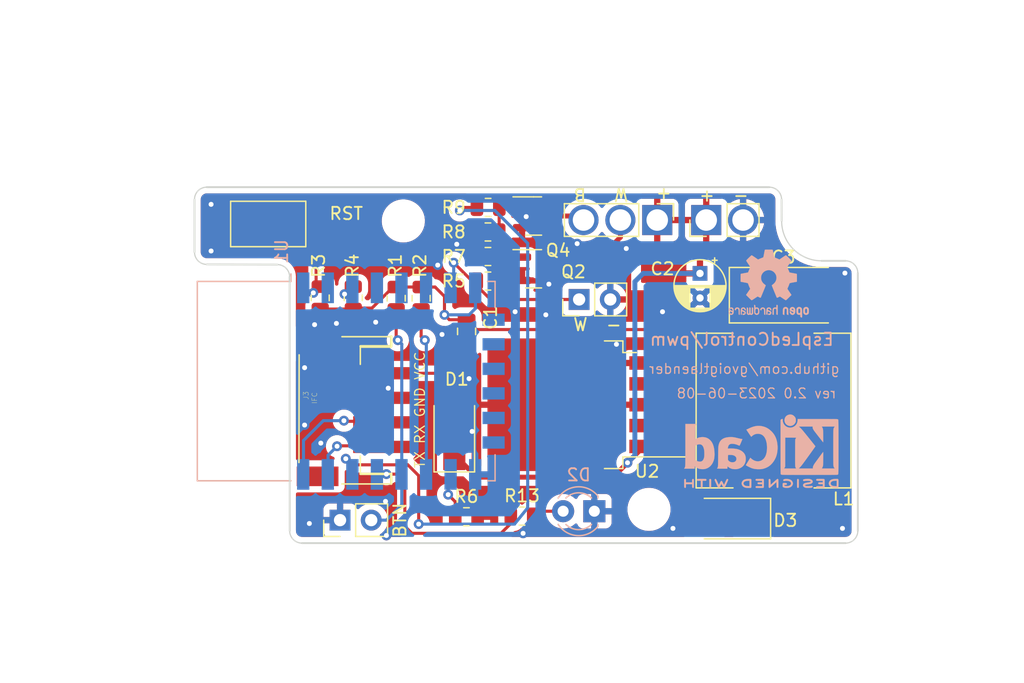
<source format=kicad_pcb>
(kicad_pcb (version 20211014) (generator pcbnew)
  (layers (0 "F.Cu" signal) (31 "B.Cu" signal) (34 "B.Paste" user) (35 "F.Paste" user) (36 "B.SilkS" user "B.Silkscreen") (37 "F.SilkS" user "F.Silkscreen") (38 "B.Mask" user) (39 "F.Mask" user) (44 "Edge.Cuts" user))
  (net 0 "")
  (net 1 "/3V3")
  (net 2 "GND")
  (net 3 "/GPIO2")
  (net 4 "/RST")
  (net 5 "/EN")
  (net 6 "/GPIO15")
  (net 9 "/GND_W")
  (net 16 "/TX")
  (net 17 "/RX")
  (net 18 "/12V")
  (net 21 "/GND_B")
  (net 22 "Net-(D1-Pad2)")
  (net 23 "Net-(Q4-Pad1)")
  (net 24 "/PWM_W")
  (net 25 "/PWM_B")
  (net 26 "/GPIO0")
  (net 27 "Net-(Q2-Pad1)")
  (net 28 "/LED")
  (net 29 "Net-(D3-Pad1)")
  (net 30 "Net-(D2-Pad2)")
  (footprint "MountingHole:MountingHole_2.5mm" (layer "F.Cu") (at 146.65 88.85)
    (fp_text reference "H2" hide)
    (fp_text value "MountingHole")
    (pad "" np_thru_hole circle locked (at 0 0) (size 2.5 2.5) (drill 2.5) (layers *.Cu *.Mask))
  )
  (footprint "pin_header:PinHeader_1x02_P2.54mm_Vertical" (layer "F.Cu") (at 151.308 65.278 90)
    (fp_text reference "J5" hide)
    (fp_text value "12V" hide)
    (pad "1" thru_hole rect (at 0 0 90) (size 2.45 2.45) (drill 1.75) (layers *.Cu *.Mask) (net 18 "/12V"))
    (pad "2" thru_hole oval (at 0 3 90) (size 2.45 2.45) (drill 1.75) (layers *.Cu *.Mask) (net 2 "GND"))
  )
  (footprint "Resistor_SMD:R_0805_2012Metric" (layer "F.Cu") (at 119.882469 71.616683 -90)
    (fp_text reference "R3" (at -2.616683 0.132469 -90) (layer "F.SilkS"))
    (fp_text value "10k")
    (pad "1" smd roundrect (at -0.9125 0 270) (size 1.025 1.4) (layers "F.Cu" "F.Paste" "F.Mask") (roundrect_rratio 0.243902) (net 4 "/RST"))
    (pad "2" smd roundrect (at 0.9125 0 270) (size 1.025 1.4) (layers "F.Cu" "F.Paste" "F.Mask") (roundrect_rratio 0.243902) (net 1 "/3V3"))
  )
  (footprint "Package_TO_SOT_SMD:SOT-23" (layer "F.Cu") (at 137.2525 69.25)
    (fp_text reference "Q2" (at 3.2475 0.25) (layer "F.SilkS"))
    (fp_text value "AO3400A")
    (pad "1" smd roundrect (at -0.9375 -0.95) (size 1.475 0.6) (layers "F.Cu" "F.Paste" "F.Mask") (net 27 "Net-(Q2-Pad1)"))
    (pad "2" smd roundrect (at -0.9375 0.95) (size 1.475 0.6) (layers "F.Cu" "F.Paste" "F.Mask") (net 2 "GND"))
    (pad "3" smd roundrect (at 0.9375 0) (size 1.475 0.6) (layers "F.Cu" "F.Paste" "F.Mask") (net 9 "/GND_W"))
  )
  (footprint "Resistor_SMD:R_0805_2012Metric" (layer "F.Cu") (at 133.5525 64.25 180)
    (fp_text reference "R8" (at 2.8025 -2 180) (layer "F.SilkS"))
    (fp_text value "220R")
    (pad "1" smd roundrect (at -0.9125 0 180) (size 1.025 1.4) (layers "F.Cu" "F.Paste" "F.Mask") (roundrect_rratio 0.243902) (net 23 "Net-(Q4-Pad1)"))
    (pad "2" smd roundrect (at 0.9125 0 180) (size 1.025 1.4) (layers "F.Cu" "F.Paste" "F.Mask") (roundrect_rratio 0.243902) (net 25 "/PWM_B"))
  )
  (footprint "Resistor_SMD:R_0805_2012Metric" (layer "F.Cu") (at 122.574869 71.616683 -90)
    (fp_text reference "R4" (at -2.616683 0.074869 -90) (layer "F.SilkS"))
    (fp_text value "10k")
    (pad "1" smd roundrect (at -0.9125 0 270) (size 1.025 1.4) (layers "F.Cu" "F.Paste" "F.Mask") (roundrect_rratio 0.243902) (net 5 "/EN"))
    (pad "2" smd roundrect (at 0.9125 0 270) (size 1.025 1.4) (layers "F.Cu" "F.Paste" "F.Mask") (roundrect_rratio 0.243902) (net 1 "/3V3"))
  )
  (footprint "Connector_PinHeader_2.54mm:PinHeader_1x02_P2.54mm_Vertical" (layer "F.Cu") (at 140.96 71.75 90)
    (fp_text reference "J2" hide)
    (fp_text value "Conn_01x02" hide)
    (pad "1" thru_hole rect (at 0 0 90) (size 1.7 1.7) (drill 1) (layers *.Cu *.Mask) (net 24 "/PWM_W"))
    (pad "2" thru_hole oval (at 0 2.54 90) (size 1.7 1.7) (drill 1) (layers *.Cu *.Mask) (net 2 "GND"))
  )
  (footprint "MountingHole:MountingHole_2.5mm" (layer "F.Cu") (at 126.65 65.35)
    (fp_text reference "H1" hide)
    (fp_text value "MountingHole")
    (pad "" np_thru_hole circle locked (at 0 0) (size 2.5 2.5) (drill 2.5) (layers *.Cu *.Mask))
  )
  (footprint "Connector_PinHeader_2.54mm:PinHeader_1x02_P2.54mm_Vertical" (layer "F.Cu") (at 121.498269 89.727083 90)
    (fp_text reference "J7" hide)
    (fp_text value "BTN" (at 0 4.87 90) (layer "F.SilkS"))
    (pad "1" thru_hole rect (at 0 0 90) (size 1.7 1.7) (drill 1) (layers *.Cu *.Mask) (net 2 "GND"))
    (pad "2" thru_hole oval (at 0 2.54 90) (size 1.7 1.7) (drill 1) (layers *.Cu *.Mask) (net 26 "/GPIO0"))
  )
  (footprint "Resistor_SMD:R_0805_2012Metric" (layer "F.Cu") (at 133.54025 66.25)
    (fp_text reference "R9" (at -2.79025 -2) (layer "F.SilkS"))
    (fp_text value "10k")
    (pad "1" smd roundrect (at -0.9125 0) (size 1.025 1.4) (layers "F.Cu" "F.Paste" "F.Mask") (roundrect_rratio 0.243902) (net 2 "GND"))
    (pad "2" smd roundrect (at 0.9125 0) (size 1.025 1.4) (layers "F.Cu" "F.Paste" "F.Mask") (roundrect_rratio 0.243902) (net 23 "Net-(Q4-Pad1)"))
  )
  (footprint "Diode_SMD:D_SMA" (layer "F.Cu") (at 153.15 89.6 180)
    (fp_text reference "D3" (at -4.6 -0.15 180) (layer "F.SilkS"))
    (fp_text value "SS34")
    (pad "1" smd rect (at -2 0 180) (size 2.5 1.8) (layers "F.Cu" "F.Paste" "F.Mask") (net 29 "Net-(D3-Pad1)"))
    (pad "2" smd rect (at 2 0 180) (size 2.5 1.8) (layers "F.Cu" "F.Paste" "F.Mask") (net 2 "GND"))
  )
  (footprint "Resistor_SMD:R_0805_2012Metric" (layer "F.Cu") (at 126.068 71.6481 90)
    (fp_text reference "R1" (at 2.6481 -0.068 90) (layer "F.SilkS"))
    (fp_text value "10k")
    (pad "1" smd roundrect (at -0.9125 0 90) (size 1.025 1.4) (layers "F.Cu" "F.Paste" "F.Mask") (roundrect_rratio 0.243902) (net 26 "/GPIO0"))
    (pad "2" smd roundrect (at 0.9125 0 90) (size 1.025 1.4) (layers "F.Cu" "F.Paste" "F.Mask") (roundrect_rratio 0.243902) (net 1 "/3V3"))
  )
  (footprint "Button_Switch_SMD:SW_SPST_CK_RS282G05A3" (layer "F.Cu") (at 115.65 65.6 180)
    (fp_text reference "SW1")
    (fp_text value "RST" (at -6.35 0.85 180) (layer "F.SilkS"))
    (pad "1" smd rect (at -3.9 0 180) (size 1.5 1.5) (layers "F.Cu" "F.Paste" "F.Mask") (net 4 "/RST"))
    (pad "2" smd rect (at 3.9 0 180) (size 1.5 1.5) (layers "F.Cu" "F.Paste" "F.Mask") (net 2 "GND"))
  )
  (footprint "Resistor_SMD:R_0805_2012Metric" (layer "F.Cu") (at 128.1 71.65 90)
    (fp_text reference "R2" (at 2.65 -0.1 90) (layer "F.SilkS"))
    (fp_text value "10k")
    (pad "1" smd roundrect (at -0.9125 0 90) (size 1.025 1.4) (layers "F.Cu" "F.Paste" "F.Mask") (roundrect_rratio 0.243902) (net 3 "/GPIO2"))
    (pad "2" smd roundrect (at 0.9125 0 90) (size 1.025 1.4) (layers "F.Cu" "F.Paste" "F.Mask") (roundrect_rratio 0.243902) (net 1 "/3V3"))
  )
  (footprint "Inductor_SMD:L_12x12mm_H6mm" (layer "F.Cu") (at 156.786396 80.8 90)
    (fp_text reference "L1" (at -7.2 5.713604 180) (layer "F.SilkS"))
    (fp_text value "33uH")
    (pad "1" smd rect (at -4.95 0 90) (size 2.9 5.4) (layers "F.Cu" "F.Paste" "F.Mask") (net 29 "Net-(D3-Pad1)"))
    (pad "2" smd rect (at 4.95 0 90) (size 2.9 5.4) (layers "F.Cu" "F.Paste" "F.Mask") (net 1 "/3V3"))
  )
  (footprint "Diode_SMD:D_SMA" (layer "F.Cu") (at 130.8 82.4 90)
    (fp_text reference "D1" (at 4.15 0.2 180) (layer "F.SilkS"))
    (fp_text value "1N5819")
    (pad "1" smd rect (at -2 0 90) (size 2.5 1.8) (layers "F.Cu" "F.Paste" "F.Mask") (net 18 "/12V"))
    (pad "2" smd rect (at 2 0 90) (size 2.5 1.8) (layers "F.Cu" "F.Paste" "F.Mask") (net 22 "Net-(D1-Pad2)"))
  )
  (footprint "Resistor_SMD:R_0805_2012Metric" (layer "F.Cu") (at 136.3125 89.4)
    (fp_text reference "R13" (at 0 -1.65) (layer "F.SilkS"))
    (fp_text value "10k")
    (pad "1" smd roundrect (at -0.9125 0) (size 1.025 1.4) (layers "F.Cu" "F.Paste" "F.Mask") (roundrect_rratio 0.243902) (net 28 "/LED"))
    (pad "2" smd roundrect (at 0.9125 0) (size 1.025 1.4) (layers "F.Cu" "F.Paste" "F.Mask") (roundrect_rratio 0.243902) (net 30 "Net-(D2-Pad2)"))
  )
  (footprint "pin_header:PinHeader_1x03_P2.54mm_Vertical" (layer "F.Cu") (at 147.32 65.278 -90)
    (fp_text reference "J1" hide)
    (fp_text value "Conn_01x03" hide)
    (pad "1" thru_hole rect (at 0 0 270) (size 2.45 2.45) (drill 1.75) (layers *.Cu *.Mask) (net 18 "/12V"))
    (pad "2" thru_hole oval (at 0 3 270) (size 2.45 2.45) (drill 1.75) (layers *.Cu *.Mask) (net 9 "/GND_W"))
    (pad "3" thru_hole oval (at 0 6 270) (size 2.45 2.45) (drill 1.75) (layers *.Cu *.Mask) (net 21 "/GND_B"))
  )
  (footprint "Resistor_SMD:R_0805_2012Metric" (layer "F.Cu") (at 133.54025 68.25 180)
    (fp_text reference "R7" (at 2.79025 0 180) (layer "F.SilkS"))
    (fp_text value "10k")
    (pad "1" smd roundrect (at -0.9125 0 180) (size 1.025 1.4) (layers "F.Cu" "F.Paste" "F.Mask") (roundrect_rratio 0.243902) (net 27 "Net-(Q2-Pad1)"))
    (pad "2" smd roundrect (at 0.9125 0 180) (size 1.025 1.4) (layers "F.Cu" "F.Paste" "F.Mask") (roundrect_rratio 0.243902) (net 2 "GND"))
  )
  (footprint "kicad_parts:JSTPH4" (layer "F.Cu") (at 122.168469 80.760683 90)
    (fp_text reference "J3" (at 1.1844 -3.4417 90) (layer "F.SilkS") (effects (font (size 0.4064 0.4064) (thickness 0.0254))))
    (fp_text value "IFC" (at 0.9812 -2.7432 90) (layer "F.SilkS") (effects (font (size 0.4064 0.4064) (thickness 0.0254))))
    (pad "1" smd rect locked (at -2.99898 2.69748 90) (size 0.99822 4.59994) (layers "F.Cu" "F.Paste" "F.Mask") (net 16 "/TX"))
    (pad "2" smd rect locked (at -1 2.69748 90) (size 0.99822 4.59994) (layers "F.Cu" "F.Paste" "F.Mask") (net 17 "/RX"))
    (pad "3" smd rect locked (at 0.99898 2.69748 90) (size 0.99822 4.59994) (layers "F.Cu" "F.Paste" "F.Mask") (net 2 "GND"))
    (pad "4" smd rect locked (at 3 2.69748 90) (size 0.99822 4.59994) (layers "F.Cu" "F.Paste" "F.Mask") (net 22 "Net-(D1-Pad2)"))
    (pad "NC1" smd rect locked (at -5.39928 -2.49936 180) (size 3.39852 1.59766) (layers "F.Cu" "F.Paste" "F.Mask"))
    (pad "NC2" smd rect locked (at 5.39928 -2.49936 180) (size 3.39852 1.59766) (layers "F.Cu" "F.Paste" "F.Mask"))
  )
  (footprint "Package_TO_SOT_SMD:SOT-23" (layer "F.Cu") (at 137.2525 64.95)
    (fp_text reference "Q4" (at 1.9975 2.8) (layer "F.SilkS"))
    (fp_text value "AO3400A")
    (pad "1" smd roundrect (at -0.9375 -0.95) (size 1.475 0.6) (layers "F.Cu" "F.Paste" "F.Mask") (net 23 "Net-(Q4-Pad1)"))
    (pad "2" smd roundrect (at -0.9375 0.95) (size 1.475 0.6) (layers "F.Cu" "F.Paste" "F.Mask") (net 2 "GND"))
    (pad "3" smd roundrect (at 0.9375 0) (size 1.475 0.6) (layers "F.Cu" "F.Paste" "F.Mask") (net 21 "/GND_B"))
  )
  (footprint "Capacitor_THT:CP_Radial_D4.0mm_P2.00mm" (layer "F.Cu") (at 150.8 69.627401 -90)
    (fp_text reference "C2" (at -0.377401 3.05) (layer "F.SilkS"))
    (fp_text value "680uF")
    (pad "1" thru_hole rect (at 0 0 270) (size 1.2 1.2) (drill 0.6) (layers *.Cu *.Mask) (net 18 "/12V"))
    (pad "2" thru_hole circle (at 2 0 270) (size 1.2 1.2) (drill 0.6) (layers *.Cu *.Mask) (net 2 "GND"))
  )
  (footprint "Capacitor_SMD:C_0805_2012Metric" (layer "F.Cu") (at 131.8 74.35 -90)
    (fp_text reference "C1" (at -1.1 -1.95 -90) (layer "F.SilkS"))
    (fp_text value "100nF")
    (pad "1" smd roundrect (at -0.95 0 270) (size 1 1.45) (layers "F.Cu" "F.Paste" "F.Mask") (net 1 "/3V3"))
    (pad "2" smd roundrect (at 0.95 0 270) (size 1 1.45) (layers "F.Cu" "F.Paste" "F.Mask") (net 2 "GND"))
  )
  (footprint "Resistor_SMD:R_0805_2012Metric" (layer "F.Cu") (at 133.54025 70.25 180)
    (fp_text reference "R5" (at 2.79025 0 180) (layer "F.SilkS"))
    (fp_text value "220R")
    (pad "1" smd roundrect (at -0.9125 0 180) (size 1.025 1.4) (layers "F.Cu" "F.Paste" "F.Mask") (roundrect_rratio 0.243902) (net 27 "Net-(Q2-Pad1)"))
    (pad "2" smd roundrect (at 0.9125 0 180) (size 1.025 1.4) (layers "F.Cu" "F.Paste" "F.Mask") (roundrect_rratio 0.243902) (net 24 "/PWM_W"))
  )
  (footprint "Package_TO_SOT_SMD:TO-263-5_TabPin3" (layer "F.Cu") (at 141.575 80.325 180)
    (fp_text reference "U2" (at -4.925 -5.425 180) (layer "F.SilkS"))
    (fp_text value "LM2596S-3.3")
    (pad "1" smd rect (at -5.775 -3.4 180) (size 4.6 1.1) (layers "F.Cu" "F.Paste" "F.Mask") (net 18 "/12V"))
    (pad "2" smd rect (at -5.775 -1.7 180) (size 4.6 1.1) (layers "F.Cu" "F.Paste" "F.Mask") (net 29 "Net-(D3-Pad1)"))
    (pad "3" smd rect (at -5.775 0 180) (size 4.6 1.1) (layers "F.Cu" "F.Paste" "F.Mask") (net 2 "GND"))
    (pad "3" smd rect (at 3.375 0 180) (size 9.4 10.8) (layers "F.Cu" "F.Mask") (net 2 "GND"))
    (pad "4" smd rect (at -5.775 1.7 180) (size 4.6 1.1) (layers "F.Cu" "F.Paste" "F.Mask") (net 1 "/3V3"))
    (pad "5" smd rect (at -5.775 3.4 180) (size 4.6 1.1) (layers "F.Cu" "F.Paste" "F.Mask") (net 2 "GND"))
  )
  (footprint "Resistor_SMD:R_0805_2012Metric" (layer "F.Cu") (at 131.7875 89.45)
    (fp_text reference "R6" (at 0 -1.65) (layer "F.SilkS"))
    (fp_text value "10k")
    (pad "1" smd roundrect (at -0.9125 0) (size 1.025 1.4) (layers "F.Cu" "F.Paste" "F.Mask") (roundrect_rratio 0.243902) (net 6 "/GPIO15"))
    (pad "2" smd roundrect (at 0.9125 0) (size 1.025 1.4) (layers "F.Cu" "F.Paste" "F.Mask") (roundrect_rratio 0.243902) (net 2 "GND"))
  )
  (footprint "Capacitor_Tantalum_SMD:CP_EIA-7343-20_Kemet-V" (layer "F.Cu") (at 157.6 71.4)
    (fp_text reference "C3" (at 0 -3.1) (layer "F.SilkS"))
    (fp_text value "330uF")
    (pad "1" smd roundrect (at -3.1125 0) (size 2.075 2.55) (layers "F.Cu" "F.Paste" "F.Mask") (roundrect_rratio 0.120482) (net 1 "/3V3"))
    (pad "2" smd roundrect (at 3.1125 0) (size 2.075 2.55) (layers "F.Cu" "F.Paste" "F.Mask") (roundrect_rratio 0.120482) (net 2 "GND"))
  )
  (footprint "RF_Module:ESP-12E" (layer "B.Cu") (at 122 78.4 -90)
    (fp_text reference "U1" (at -10.56 5.26 90) (layer "B.SilkS") (effects (justify mirror)))
    (fp_text value "ESP-12F")
    (pad "1" smd rect locked (at -7.6 3.5 270) (size 2.5 1) (layers "B.Cu" "B.Paste" "B.Mask") (net 4 "/RST"))
    (pad "2" smd rect locked (at -7.6 1.5 270) (size 2.5 1) (layers "B.Cu" "B.Paste" "B.Mask"))
    (pad "3" smd rect locked (at -7.6 -0.5 270) (size 2.5 1) (layers "B.Cu" "B.Paste" "B.Mask") (net 5 "/EN"))
    (pad "4" smd rect locked (at -7.6 -2.5 270) (size 2.5 1) (layers "B.Cu" "B.Paste" "B.Mask"))
    (pad "5" smd rect locked (at -7.6 -4.5 270) (size 2.5 1) (layers "B.Cu" "B.Paste" "B.Mask"))
    (pad "6" smd rect locked (at -7.6 -6.5 270) (size 2.5 1) (layers "B.Cu" "B.Paste" "B.Mask"))
    (pad "7" smd rect locked (at -7.6 -8.5 270) (size 2.5 1) (layers "B.Cu" "B.Paste" "B.Mask") (net 24 "/PWM_W"))
    (pad "8" smd rect locked (at -7.6 -10.5 270) (size 2.5 1) (layers "B.Cu" "B.Paste" "B.Mask") (net 1 "/3V3"))
    (pad "9" smd rect locked (at -5 -12 270) (size 1 1.8) (layers "B.Cu" "B.Paste" "B.Mask"))
    (pad "10" smd rect locked (at -3 -12 270) (size 1 1.8) (layers "B.Cu" "B.Paste" "B.Mask"))
    (pad "11" smd rect locked (at -1 -12 270) (size 1 1.8) (layers "B.Cu" "B.Paste" "B.Mask"))
    (pad "12" smd rect locked (at 1 -12 270) (size 1 1.8) (layers "B.Cu" "B.Paste" "B.Mask"))
    (pad "13" smd rect locked (at 3 -12 270) (size 1 1.8) (layers "B.Cu" "B.Paste" "B.Mask"))
    (pad "14" smd rect locked (at 5 -12 270) (size 1 1.8) (layers "B.Cu" "B.Paste" "B.Mask"))
    (pad "15" smd rect locked (at 7.6 -10.5 270) (size 2.5 1) (layers "B.Cu" "B.Paste" "B.Mask") (net 2 "GND"))
    (pad "16" smd rect locked (at 7.6 -8.5 270) (size 2.5 1) (layers "B.Cu" "B.Paste" "B.Mask") (net 6 "/GPIO15"))
    (pad "17" smd rect locked (at 7.6 -6.5 270) (size 2.5 1) (layers "B.Cu" "B.Paste" "B.Mask") (net 3 "/GPIO2"))
    (pad "18" smd rect locked (at 7.6 -4.5 270) (size 2.5 1) (layers "B.Cu" "B.Paste" "B.Mask") (net 26 "/GPIO0"))
    (pad "19" smd rect locked (at 7.6 -2.5 270) (size 2.5 1) (layers "B.Cu" "B.Paste" "B.Mask") (net 28 "/LED"))
    (pad "20" smd rect locked (at 7.6 -0.5 270) (size 2.5 1) (layers "B.Cu" "B.Paste" "B.Mask") (net 25 "/PWM_B"))
    (pad "21" smd rect locked (at 7.6 1.5 270) (size 2.5 1) (layers "B.Cu" "B.Paste" "B.Mask") (net 16 "/TX"))
    (pad "22" smd rect locked (at 7.6 3.5 270) (size 2.5 1) (layers "B.Cu" "B.Paste" "B.Mask") (net 17 "/RX"))
    (zone (net 0) (net_name "") (layers *.Cu) (connect_pads (clearance 0)) (min_thickness 0.254)
      (keepout (tracks not_allowed) (vias not_allowed) (pads not_allowed) (copperpour not_allowed) (footprints not_allowed))
      (fill (thermal_gap 0.508) (thermal_bridge_width 0.508))
      (polygon (pts (xy 117.2 70.28) (xy 117.2 86.52) (xy 109.88 86.52) (xy 109.88 70.28)))
    )
  )
  (footprint "Symbol:KiCad-Logo2_5mm_SilkScreen" (layer "B.Cu") (at 155.8 84.1 180)
    (fp_text reference "REF**" hide)
    (fp_text value "KiCad-Logo2_5mm_SilkScreen" hide)
  )
  (footprint "LED_THT:LED_D3.0mm" (layer "B.Cu") (at 142.2 89 180)
    (fp_text reference "D2" (at 1.27 2.96) (layer "B.SilkS") (effects (justify mirror)))
    (fp_text value "LED")
    (pad "1" thru_hole rect (at 0 0 180) (size 1.8 1.8) (drill 0.9) (layers *.Cu *.Mask) (net 2 "GND"))
    (pad "2" thru_hole circle (at 2.54 0 180) (size 1.8 1.8) (drill 0.9) (layers *.Cu *.Mask) (net 30 "Net-(D2-Pad2)"))
  )
  (footprint "Symbol:OSHW-Logo2_7.3x6mm_SilkScreen" (layer "B.Cu") (at 156.4 70.45 180)
    (fp_text reference "REF**" hide)
    (fp_text value "OSHW-Logo2_7.3x6mm_SilkScreen" hide)
  )
  (gr_arc locked (start 162.65 68.6) (mid 163.357107 68.892893) (end 163.65 69.6) (layer "Edge.Cuts") (width 0.1))
  (gr_arc locked (start 163.65 90.6) (mid 163.357107 91.307107) (end 162.65 91.6) (layer "Edge.Cuts") (width 0.1))
  (gr_line (start 110.65 68.892893) (end 116.392893 68.907107) (layer "Edge.Cuts") (width 0.15))
  (gr_line locked (start 157.442893 63.6) (end 157.448097 65.35) (layer "Edge.Cuts") (width 0.15))
  (gr_line (start 109.65 67.892893) (end 109.65 63.6) (layer "Edge.Cuts") (width 0.15))
  (gr_arc (start 116.392893 68.907107) (mid 117.1 69.2) (end 117.392893 69.907107) (layer "Edge.Cuts") (width 0.1))
  (gr_arc locked (start 118.4 91.6) (mid 117.692893 91.307107) (end 117.4 90.6) (layer "Edge.Cuts") (width 0.1))
  (gr_line locked (start 162.65 91.6) (end 118.4 91.6) (layer "Edge.Cuts") (width 0.15))
  (gr_line locked (start 163.65 69.6) (end 163.65 90.6) (layer "Edge.Cuts") (width 0.15))
  (gr_arc (start 110.65 68.892893) (mid 109.942893 68.6) (end 109.65 67.892893) (layer "Edge.Cuts") (width 0.1))
  (gr_line locked (start 110.65 62.6) (end 156.442893 62.6) (layer "Edge.Cuts") (width 0.15))
  (gr_arc locked (start 160.698097 68.6) (mid 158.400002 67.648096) (end 157.448097 65.35) (layer "Edge.Cuts") (width 0.1))
  (gr_line (start 117.4 90.6) (end 117.392893 69.907107) (layer "Edge.Cuts") (width 0.15))
  (gr_line locked (start 160.698097 68.6) (end 162.65 68.6) (layer "Edge.Cuts") (width 0.15))
  (gr_arc locked (start 156.442893 62.6) (mid 157.150004 62.892891) (end 157.442893 63.6) (layer "Edge.Cuts") (width 0.1))
  (gr_arc locked (start 109.65 63.6) (mid 109.942893 62.892893) (end 110.65 62.6) (layer "Edge.Cuts") (width 0.1))
  (gr_text "rev 2.0 2023-06-08" (at 155.4 79.4) (layer "B.SilkS") (effects (font (size 0.8 0.8) (thickness 0.1)) (justify mirror)))
  (gr_text "EspLedControl/pwm" (at 154.2 75) (layer "B.SilkS") (effects (font (size 1 1)) (justify mirror)))
  (gr_text "github.com/gvoigtlaender" (at 154.4 77.4) (layer "B.SilkS") (effects (font (size 0.8 0.8) (thickness 0.1)) (justify mirror)))
  (gr_text "-  +" (at 152.75 63.4 180) (layer "F.SilkS") (effects (font (size 1 1))))
  (gr_text "+   W   B" (at 144.5 63.2 180) (layer "F.SilkS") (effects (font (size 1 1))))
  (gr_text "TX RX GND VCC" (at 128 80.75 90) (layer "F.SilkS") (effects (font (size 0.8 0.8) (thickness 0.1))))
  (gr_text "W  -" (at 142.45 73.8) (layer "F.SilkS") (effects (font (size 1 1))))
  (segment (start 156.2 71.4) (end 156.786396 71.986396) (width 0.25) (layer "F.Cu") (net 1))
  (segment (start 128.1 70.7375) (end 129.2375 70.7375) (width 0.25) (layer "F.Cu") (net 1))
  (segment (start 119.882469 72.529183) (end 122.574869 72.529183) (width 0.25) (layer "F.Cu") (net 1))
  (segment (start 122.654052 72.45) (end 124.1 72.45) (width 0.25) (layer "F.Cu") (net 1))
  (segment (start 132.6 74.2) (end 131.8 73.4) (width 0.25) (layer "F.Cu") (net 1))
  (segment (start 129.2375 70.7375) (end 130 71.5) (width 0.25) (layer "F.Cu") (net 1))
  (segment (start 145.875 78.625) (end 152.925 78.625) (width 0.25) (layer "F.Cu") (net 1))
  (segment (start 131.8 73.4) (end 130.4 73.4) (width 0.25) (layer "F.Cu") (net 1))
  (segment (start 156.786396 75.85) (end 153.65 75.85) (width 0.25) (layer "F.Cu") (net 1))
  (segment (start 125.8144 70.7356) (end 126.068 70.7356) (width 0.25) (layer "F.Cu") (net 1))
  (segment (start 152 74.2) (end 132.6 74.2) (width 0.25) (layer "F.Cu") (net 1))
  (segment (start 153.65 75.85) (end 152 74.2) (width 0.25) (layer "F.Cu") (net 1))
  (segment (start 130 71.5) (end 130 73) (width 0.25) (layer "F.Cu") (net 1))
  (segment (start 154.4875 71.4) (end 156.2 71.4) (width 0.25) (layer "F.Cu") (net 1))
  (segment (start 152.925 78.625) (end 156.15 75.4) (width 0.25) (layer "F.Cu") (net 1))
  (segment (start 156.786396 71.986396) (end 156.786396 75.85) (width 0.25) (layer "F.Cu") (net 1))
  (segment (start 126.068 70.7356) (end 128.0981 70.7356) (width 0.25) (layer "F.Cu") (net 1))
  (segment (start 124.1 72.45) (end 125.8144 70.7356) (width 0.25) (layer "F.Cu") (net 1))
  (segment (start 130.4 73.4) (end 130 73) (width 0.25) (layer "F.Cu") (net 1))
  (via (at 130 73) (size 0.8) (drill 0.4) (layers "F.Cu" "B.Cu") (net 1))
  (segment (start 132 73) (end 132.523269 72.476731) (width 0.25) (layer "B.Cu") (net 1))
  (segment (start 130 73) (end 132 73) (width 0.25) (layer "B.Cu") (net 1))
  (segment (start 132.523269 72.476731) (end 132.523269 71.027083) (width 0.25) (layer "B.Cu") (net 1))
  (segment (start 125.419669 78.977083) (end 125.419669 79.207983) (width 0.25) (layer "F.Cu") (net 2))
  (segment (start 125.419669 79.207983) (end 124.865949 79.761703) (width 0.25) (layer "F.Cu") (net 2))
  (via (at 138.5 70.5) (size 0.8) (drill 0.4) (layers "F.Cu" "B.Cu") (net 2))
  (via (at 125.273269 90.977083) (size 0.8) (drill 0.4) (layers "F.Cu" "B.Cu") (net 2))
  (via (at 119 90) (size 0.8) (drill 0.4) (layers "F.Cu" "B.Cu") (net 2))
  (via (at 119.425269 73.801083) (size 0.8) (drill 0.4) (layers "F.Cu" "B.Cu") (net 2))
  (via (at 132 78.2) (size 0.8) (drill 0.4) (layers "F.Cu" "B.Cu") (net 2))
  (via (at 118.612469 81.979883) (size 0.8) (drill 0.4) (layers "F.Cu" "B.Cu") (net 2))
  (via (at 138.25 73) (size 0.8) (drill 0.4) (layers "F.Cu" "B.Cu") (net 2))
  (via (at 111 67.8) (size 0.8) (drill 0.4) (layers "F.Cu" "B.Cu") (net 2))
  (via (at 136.4 90.8) (size 0.8) (drill 0.4) (layers "F.Cu" "B.Cu") (net 2))
  (via (at 129.45 68.95) (size 0.8) (drill 0.4) (layers "F.Cu" "B.Cu") (net 2))
  (via (at 162.6 69.6) (size 0.8) (drill 0.4) (layers "F.Cu" "B.Cu") (net 2))
  (via (at 121.203269 73.699483) (size 0.8) (drill 0.4) (layers "F.Cu" "B.Cu") (net 2))
  (via (at 125.2 88.2) (size 0.8) (drill 0.4) (layers "F.Cu" "B.Cu") (net 2))
  (via (at 111 64) (size 0.8) (drill 0.4) (layers "F.Cu" "B.Cu") (net 2))
  (via (at 119.933269 83.453083) (size 0.8) (drill 0.4) (layers "F.Cu" "B.Cu") (net 2))
  (via (at 124.4 73.6) (size 0.8) (drill 0.4) (layers "F.Cu" "B.Cu") (net 2))
  (via (at 144 75.4) (size 0.8) (drill 0.4) (layers "F.Cu" "B.Cu") (net 2))
  (via (at 140.8 67.2) (size 0.8) (drill 0.4) (layers "F.Cu" "B.Cu") (net 2))
  (via (at 129.8 74.6) (size 0.8) (drill 0.4) (layers "F.Cu" "B.Cu") (net 2))
  (via (at 131 67.25) (size 0.8) (drill 0.4) (layers "F.Cu" "B.Cu") (net 2))
  (via (at 148.6 90.4) (size 0.8) (drill 0.4) (layers "F.Cu" "B.Cu") (net 2))
  (via (at 136.6525 65) (size 0.8) (drill 0.4) (layers "F.Cu" "B.Cu") (net 2))
  (via (at 125.419669 78.977083) (size 0.8) (drill 0.4) (layers "F.Cu" "B.Cu") (net 2))
  (via (at 132.25 82.5) (size 0.8) (drill 0.4) (layers "F.Cu" "B.Cu") (net 2))
  (via (at 144.8 67.6) (size 0.8) (drill 0.4) (layers "F.Cu" "B.Cu") (net 2))
  (via (at 147.75 72.75) (size 0.8) (drill 0.4) (layers "F.Cu" "B.Cu") (net 2))
  (via (at 118.612469 77.306283) (size 0.8) (drill 0.4) (layers "F.Cu" "B.Cu") (net 2))
  (via (at 135.75 72.75) (size 0.8) (drill 0.4) (layers "F.Cu" "B.Cu") (net 2))
  (via (at 162.4 90.4) (size 0.8) (drill 0.4) (layers "F.Cu" "B.Cu") (net 2))
  (segment (start 128.1 72.5625) (end 128.1 74.7644) (width 0.25) (layer "F.Cu") (net 3))
  (segment (start 128.1 74.7644) (end 128.4 75.0644) (width 0.25) (layer "F.Cu") (net 3))
  (via (at 128.4 75.0644) (size 0.8) (drill 0.4) (layers "F.Cu" "B.Cu") (net 3))
  (segment (start 128.523269 86.227083) (end 128.523269 75.187669) (width 0.25) (layer "B.Cu") (net 3))
  (segment (start 128.4 75.0644) (end 128.523269 75.187669) (width 0.25) (layer "B.Cu") (net 3))
  (segment (start 119.55 70.371714) (end 119.882469 70.704183) (width 0.25) (layer "F.Cu") (net 4))
  (segment (start 119.376369 71.210283) (end 119.882469 70.704183) (width 0.25) (layer "F.Cu") (net 4))
  (segment (start 119.323669 71.210283) (end 119.376369 71.210283) (width 0.25) (layer "F.Cu") (net 4))
  (segment (start 119.55 65.6) (end 119.55 70.371714) (width 0.25) (layer "F.Cu") (net 4))
  (via (at 119.323669 71.210283) (size 0.8) (drill 0.4) (layers "F.Cu" "B.Cu") (net 4))
  (segment (start 118.937269 71.027083) (end 119.323669 71.413483) (width 0.25) (layer "B.Cu") (net 4))
  (segment (start 118.523269 71.027083) (end 118.937269 71.027083) (width 0.25) (layer "B.Cu") (net 4))
  (segment (start 118.706469 71.210283) (end 118.523269 71.027083) (width 0.25) (layer "B.Cu") (net 4))
  (segment (start 119.323669 71.210283) (end 118.706469 71.210283) (width 0.25) (layer "B.Cu") (net 4))
  (segment (start 121.967169 71.311883) (end 122.574869 70.704183) (width 0.25) (layer "F.Cu") (net 5))
  (segment (start 121.863669 71.311883) (end 121.967169 71.311883) (width 0.25) (layer "F.Cu") (net 5))
  (via (at 121.863669 71.311883) (size 0.8) (drill 0.4) (layers "F.Cu" "B.Cu") (net 5))
  (segment (start 122.523269 71.027083) (end 122.351669 71.027083) (width 0.25) (layer "B.Cu") (net 5))
  (segment (start 122.351669 71.027083) (end 121.863669 71.515083) (width 0.25) (layer "B.Cu") (net 5))
  (segment (start 130.875 88.225) (end 130.3 87.65) (width 0.25) (layer "F.Cu") (net 6))
  (segment (start 130.875 89.45) (end 130.875 88.225) (width 0.25) (layer "F.Cu") (net 6))
  (via (at 130.3 87.65) (size 0.8) (drill 0.4) (layers "F.Cu" "B.Cu") (net 6))
  (segment (start 130.3 86.450352) (end 130.523269 86.227083) (width 0.25) (layer "B.Cu") (net 6))
  (segment (start 130.3 87.65) (end 130.3 86.450352) (width 0.25) (layer "B.Cu") (net 6))
  (segment (start 138.19 69.25) (end 141.75 69.25) (width 0.4) (layer "F.Cu") (net 9))
  (segment (start 144.32 66.68) (end 144.32 65.278) (width 0.4) (layer "F.Cu") (net 9))
  (segment (start 141.75 69.25) (end 144.32 66.68) (width 0.4) (layer "F.Cu") (net 9))
  (segment (start 121.287089 83.674063) (end 124.911669 83.674063) (width 0.25) (layer "F.Cu") (net 16))
  (segment (start 121.254069 83.707083) (end 121.287089 83.674063) (width 0.25) (layer "F.Cu") (net 16))
  (via (at 121.254069 83.707083) (size 0.8) (drill 0.4) (layers "F.Cu" "B.Cu") (net 16))
  (segment (start 120.523269 84.437883) (end 121.254069 83.707083) (width 0.25) (layer "B.Cu") (net 16))
  (segment (start 120.523269 86.227083) (end 120.523269 84.437883) (width 0.25) (layer "B.Cu") (net 16))
  (segment (start 121.812869 81.624283) (end 121.863669 81.675083) (width 0.25) (layer "F.Cu") (net 17))
  (segment (start 121.863669 81.675083) (end 124.911669 81.675083) (width 0.25) (layer "F.Cu") (net 17))
  (via (at 121.812869 81.624283) (size 0.8) (drill 0.4) (layers "F.Cu" "B.Cu") (net 17))
  (segment (start 120.034869 81.725883) (end 120.136469 81.624283) (width 0.25) (layer "B.Cu") (net 17))
  (segment (start 118.523269 86.227083) (end 118.523269 83.237483) (width 0.25) (layer "B.Cu") (net 17))
  (segment (start 120.136469 81.624283) (end 121.812869 81.624283) (width 0.25) (layer "B.Cu") (net 17))
  (segment (start 118.523269 83.237483) (end 120.034869 81.725883) (width 0.25) (layer "B.Cu") (net 17))
  (segment (start 130.8 84.4) (end 132.625 86.225) (width 0.4) (layer "F.Cu") (net 18))
  (segment (start 132.625 86.225) (end 143.725 86.225) (width 0.4) (layer "F.Cu") (net 18))
  (segment (start 143.725 86.225) (end 143.975 85.975) (width 0.4) (layer "F.Cu") (net 18))
  (segment (start 145.875 84.075) (end 145.875 83.725) (width 0.4) (layer "F.Cu") (net 18))
  (segment (start 143.975 85.975) (end 145.875 84.075) (width 0.4) (layer "F.Cu") (net 18))
  (via (at 144.9 85.05) (size 0.8) (drill 0.4) (layers "F.Cu" "B.Cu") (net 18))
  (segment (start 146.172599 69.627401) (end 150.8 69.627401) (width 0.4) (layer "B.Cu") (net 18))
  (segment (start 144.9 85.05) (end 145.5 84.45) (width 0.4) (layer "B.Cu") (net 18))
  (segment (start 145.5 84.45) (end 145.5 70.3) (width 0.4) (layer "B.Cu") (net 18))
  (segment (start 146.172599 69.627401) (end 145.5 70.3) (width 0.4) (layer "B.Cu") (net 18))
  (segment (start 138.19 64.95) (end 140.992 64.95) (width 0.4) (layer "F.Cu") (net 21))
  (segment (start 124.865949 77.760683) (end 129.960683 77.760683) (width 0.25) (layer "F.Cu") (net 22))
  (segment (start 129.960683 77.760683) (end 130.8 78.6) (width 0.25) (layer "F.Cu") (net 22))
  (segment (start 130.8 78.6) (end 130.8 80.4) (width 0.25) (layer "F.Cu") (net 22))
  (segment (start 134.45275 65.886) (end 134.45275 63.9075) (width 0.25) (layer "F.Cu") (net 23))
  (segment (start 136.3705 63.886) (end 134.43125 63.886) (width 0.25) (layer "F.Cu") (net 23))
  (segment (start 132.62775 70.25) (end 132.62775 70.62775) (width 0.25) (layer "F.Cu") (net 24))
  (segment (start 140.96 71.75) (end 133.75 71.75) (width 0.25) (layer "F.Cu") (net 24))
  (segment (start 132.62775 70.62775) (end 133.75 71.75) (width 0.25) (layer "F.Cu") (net 24))
  (segment (start 132.25 70.25) (end 130.75 68.75) (width 0.25) (layer "F.Cu") (net 24))
  (segment (start 132.62775 70.25) (end 132.25 70.25) (width 0.25) (layer "F.Cu") (net 24))
  (via (at 130.75 68.75) (size 0.8) (drill 0.4) (layers "F.Cu" "B.Cu") (net 24))
  (segment (start 130.75 70.800352) (end 130.523269 71.027083) (width 0.25) (layer "B.Cu") (net 24))
  (segment (start 130.75 68.75) (end 130.75 70.800352) (width 0.25) (layer "B.Cu") (net 24))
  (segment (start 130.6 70.950352) (end 130.523269 71.027083) (width 0.25) (layer "B.Cu") (net 24))
  (segment (start 127.017094 85.220908) (end 122.529444 85.220908) (width 0.25) (layer "F.Cu") (net 25))
  (segment (start 122.529444 85.220908) (end 122.273269 85.031083) (width 0.25) (layer "F.Cu") (net 25))
  (segment (start 122.273269 85.031083) (end 121.965269 84.723083) (width 0.25) (layer "F.Cu") (net 25))
  (segment (start 131.5 64.25) (end 132.64 64.25) (width 0.25) (layer "F.Cu") (net 25))
  (segment (start 127.9 90.05) (end 127.9 86.103814) (width 0.25) (layer "F.Cu") (net 25))
  (segment (start 127.9 86.103814) (end 127.017094 85.220908) (width 0.25) (layer "F.Cu") (net 25))
  (segment (start 131.25 64.5) (end 131.5 64.25) (width 0.25) (layer "F.Cu") (net 25))
  (via (at 131.25 64.5) (size 0.8) (drill 0.4) (layers "F.Cu" "B.Cu") (net 25))
  (via (at 127.9 90.05) (size 0.8) (drill 0.4) (layers "F.Cu" "B.Cu") (net 25))
  (via (at 121.965269 84.723083) (size 0.8) (drill 0.4) (layers "F.Cu" "B.Cu") (net 25))
  (segment (start 134.1 64.5) (end 136.773269 67.173269) (width 0.25) (layer "B.Cu") (net 25))
  (segment (start 136.773269 88.727083) (end 135.7 90.05) (width 0.25) (layer "B.Cu") (net 25))
  (segment (start 122.523269 85.281083) (end 121.965269 84.723083) (width 0.25) (layer "B.Cu") (net 25))
  (segment (start 136.773269 67.173269) (end 136.773269 88.727083) (width 0.25) (layer "B.Cu") (net 25))
  (segment (start 131.25 64.5) (end 134.1 64.5) (width 0.25) (layer "B.Cu") (net 25))
  (segment (start 135.7 90.05) (end 127.9 90.05) (width 0.25) (layer "B.Cu") (net 25))
  (segment (start 126.068 74.9324) (end 126.068 72.5606) (width 0.25) (layer "F.Cu") (net 26))
  (segment (start 126.2 75.0644) (end 126.068 74.9324) (width 0.25) (layer "F.Cu") (net 26))
  (via (at 126.2 75.0644) (size 0.8) (drill 0.4) (layers "F.Cu" "B.Cu") (net 26))
  (segment (start 126.523269 86.227083) (end 126.523269 88.477083) (width 0.25) (layer "B.Cu") (net 26))
  (segment (start 126.523269 86.227083) (end 126.523269 75.387669) (width 0.25) (layer "B.Cu") (net 26))
  (segment (start 125.273269 89.727083) (end 124.038269 89.727083) (width 0.25) (layer "B.Cu") (net 26))
  (segment (start 126.523269 88.477083) (end 125.273269 89.727083) (width 0.25) (layer "B.Cu") (net 26))
  (segment (start 126.523269 75.387669) (end 126.2 75.0644) (width 0.25) (layer "B.Cu") (net 26))
  (segment (start 134.45275 68.07) (end 134.45275 70.1145) (width 0.25) (layer "F.Cu") (net 27))
  (segment (start 135.3725 68.07) (end 134.45275 68.07) (width 0.25) (layer "F.Cu") (net 27))
  (segment (start 134.45275 70.1145) (end 134.43125 70.136) (width 0.25) (layer "F.Cu") (net 27))
  (segment (start 136.615 68.3) (end 135.6025 68.3) (width 0.25) (layer "F.Cu") (net 27))
  (segment (start 135.6025 68.3) (end 135.3725 68.07) (width 0.25) (layer "F.Cu") (net 27))
  (segment (start 134.6 90.8) (end 127.346186 90.8) (width 0.25) (layer "F.Cu") (net 28))
  (segment (start 127.346186 90.8) (end 126.773269 90.227083) (width 0.25) (layer "F.Cu") (net 28))
  (segment (start 125.273269 85.977083) (end 126.273269 85.977083) (width 0.25) (layer "F.Cu") (net 28))
  (segment (start 135.4 90) (end 134.6 90.8) (width 0.25) (layer "F.Cu") (net 28))
  (segment (start 126.273269 85.977083) (end 126.773269 86.477083) (width 0.25) (layer "F.Cu") (net 28))
  (segment (start 135.4 89.4) (end 135.4 90) (width 0.25) (layer "F.Cu") (net 28))
  (segment (start 126.773269 86.477083) (end 126.773269 90.227083) (width 0.25) (layer "F.Cu") (net 28))
  (via (at 125.273269 85.977083) (size 0.8) (drill 0.4) (layers "F.Cu" "B.Cu") (net 28))
  (segment (start 124.773269 85.977083) (end 124.523269 86.227083) (width 0.25) (layer "B.Cu") (net 28))
  (segment (start 125.273269 85.977083) (end 124.773269 85.977083) (width 0.25) (layer "B.Cu") (net 28))
  (segment (start 152.875 82.025) (end 156.15 85.3) (width 0.25) (layer "F.Cu") (net 29))
  (segment (start 156.15 85.3) (end 156.15 88.1) (width 0.25) (layer "F.Cu") (net 29))
  (segment (start 145.875 82.025) (end 152.875 82.025) (width 0.25) (layer "F.Cu") (net 29))
  (segment (start 156.15 88.1) (end 155.15 89.1) (width 0.25) (layer "F.Cu") (net 29))
  (segment (start 137.625 89) (end 139.66 89) (width 0.25) (layer "F.Cu") (net 30))
  (segment (start 137.225 89.4) (end 137.625 89) (width 0.25) (layer "F.Cu") (net 30))
  (zone (net 2) (net_name "GND") (layer "F.Cu") (connect_pads (clearance 0.508)) (min_thickness 0.254) (fill yes (thermal_gap 0.508) (thermal_bridge_width 0.508))
    (polygon (pts (xy 145.2 71) (xy 152.2 71) (xy 152.2 68.6) (xy 153.2 68.6) (xy 153.2 62.8) (xy 163.8 62.8) (xy 163.8 91.8) (xy 107.8 92.2) (xy 109 62.4) (xy 145.2 62.4)))
  )
  (zone (net 18) (net_name "/12V") (layer "F.Cu") (connect_pads (clearance 0.508)) (min_thickness 0.254) (fill yes (thermal_gap 0.508) (thermal_bridge_width 0.508))
    (polygon (pts (xy 152.6 68) (xy 151.6 68) (xy 151.6 70.4) (xy 146 70.4) (xy 146 62.4) (xy 152.6 62.4)))
  )
  (zone (net 2) (net_name "GND") (layer "B.Cu") (connect_pads (clearance 0.508)) (min_thickness 0.254) (fill yes (thermal_gap 0.508) (thermal_bridge_width 0.508))
    (polygon (pts (xy 167.15 94.1) (xy 110.023269 98.477083) (xy 108.221867 60.79103) (xy 162.4 57.1)))
  )
)
</source>
